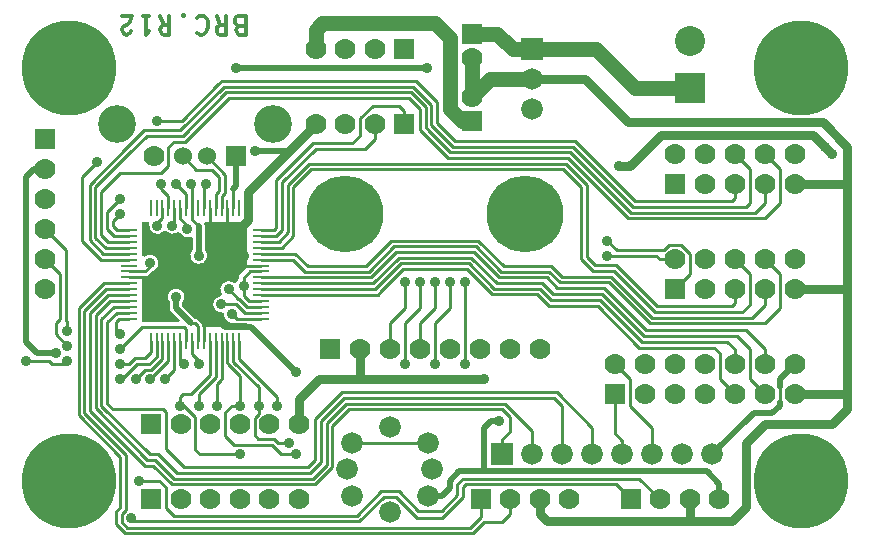
<source format=gtl>
G04 ================== begin FILE IDENTIFICATION RECORD ==================*
G04 Layout Name:  C:/HOME/KUMAGAI/DEVELOP/ORCAD/BALANCECONT_R12/allegro/BalanceCont.brd*
G04 Film Name:    GB_BalanceCont.GTL*
G04 File Format:  Gerber RS274X*
G04 File Origin:  Cadence Allegro 16.6-S014*
G04 Origin Date:  Thu Feb 25 10:40:31 2016*
G04 *
G04 Layer:  ETCH/TOP*
G04 Layer:  PIN/TOP*
G04 Layer:  VIA CLASS/TOP*
G04 *
G04 Offset:    (0.0000 0.0000)*
G04 Mirror:    No*
G04 Mode:      Positive*
G04 Rotation:  0*
G04 FullContactRelief:  No*
G04 UndefLineWidth:     0.0000*
G04 ================== end FILE IDENTIFICATION RECORD ====================*
%FSLAX25Y25*MOMM*%
%IR0*IPPOS*OFA0.00000B0.00000*MIA0B0*SFA1.00000B1.00000*%
%ADD14R,1.4612X.27*%
%ADD15R,.27X1.4612*%
%ADD12C,.9144*%
%ADD16C,3.2004*%
%ADD10C,8.001*%
%ADD21C,2.54*%
%ADD17C,1.524*%
%ADD18C,6.5024*%
%ADD22R,2.54X2.54*%
%ADD11C,1.778*%
%ADD19C,1.8288*%
%ADD13R,1.778X1.778*%
%ADD20R,1.8288X1.8288*%
%ADD23C,.8*%
%ADD24C,.305*%
%ADD25C,.254*%
%ADD26C,.508*%
%ADD27C,1.27*%
G75*
%LPD*%
G75*
G36*
G01X-1587500Y444500D02*
Y59350D01*
X-1657370Y-10520D01*
Y-35190D01*
G03X-1685050Y-68210I38117J-60065D01*
G02X-1700920Y-72170I-9394J3868D01*
G03X-1805040Y-167060I-45332J-54827D01*
G02X-1812970Y-182930I-8393J-5722D01*
G03X-1797400Y-324060I3228J-71068D01*
G02X-1785500Y-334710I1763J-10004D01*
G03X-1701570Y-409200I70995J-4536D01*
G01X-1698940Y-408720D01*
X-1694530Y-413130D01*
X-1587500D01*
Y-444500D01*
X-1968890D01*
Y-421950D01*
X-2016220Y-374620D01*
X-2030000D01*
X-2139930Y-264690D01*
Y-240280D01*
G03X-2241570I-50820J49780D01*
G01Y-306790D01*
X-2159320Y-389040D01*
G02X-2166510Y-406380I-7188J-7180D01*
G01X-2476500D01*
Y-13130D01*
X-2435720D01*
X-2396580Y26010D01*
X-2395240Y26350D01*
G03X-2459670Y148930I-17760J68888D01*
G02X-2476500Y156600I-6670J7664D01*
G01Y444500D01*
X-2427880D01*
G02X-2418090Y431640I-3J-10158D01*
G03X-2293940Y368330I68586J-18886D01*
G02X-2278060I7940J-6348D01*
G03X-2177170Y357920I55565J44420D01*
G02X-2161300Y353960I6476J-7828D01*
G03X-2065510Y316490I65801J27040D01*
G02X-2051070Y307280I4280J-9214D01*
G01Y208530D01*
G03X-1949430I50820J-49780D01*
G01Y407310D01*
G03X-1954700Y429840I-50819J-6D01*
G02X-1945590Y444500I9110J4499D01*
G01X-1587500D01*
G37*
G54D10*
X-3100000Y-1750000D03*
Y1750000D03*
X3100000Y-1750000D03*
Y1750000D03*
G54D20*
X571500Y-1524000D03*
X825500Y1905000D03*
G54D11*
X-3302000Y-127000D03*
Y127000D03*
Y381000D03*
Y635000D03*
Y889000D03*
X-2382000Y999000D03*
X-1653000Y-1905000D03*
X-1903000D03*
X-2153000D03*
X-1653000Y-1270000D03*
X-1903000D03*
X-2153000D03*
X-1153000Y-1905000D03*
X-1403000D03*
X-1153000Y-1270000D03*
X-1403000D03*
X-1010000Y1270000D03*
X-760000D03*
X-1010000Y1905000D03*
X-760000D03*
X-127000Y-635000D03*
X-381000D03*
X-635000D03*
X-510000Y1270000D03*
Y1905000D03*
X637000Y-1905000D03*
X635000Y-635000D03*
X381000D03*
X127000D03*
X317500Y1498600D03*
Y1835150D03*
X1137000Y-1905000D03*
X887000D03*
X1524000Y-762000D03*
X889000Y-635000D03*
X2157000Y-1905000D03*
X1907000D03*
X2286000Y-762000D03*
X2032000D03*
X1778000D03*
X2286000Y-1016000D03*
X2032000D03*
X1778000D03*
X2286000Y-127000D03*
Y127000D03*
X2032000D03*
X2286000Y762000D03*
Y1016000D03*
X2032000D03*
X2407000Y-1905000D03*
X3048000Y-762000D03*
X2794000D03*
X2540000D03*
X3048000Y-1016000D03*
X2794000D03*
X2540000D03*
X3048000Y-127000D03*
X2794000D03*
X2540000D03*
X3048000Y127000D03*
X2794000D03*
X2540000D03*
X3048000Y762000D03*
X2794000D03*
X2540000D03*
X3048000Y1016000D03*
X2794000D03*
X2540000D03*
G54D21*
X2159000Y1976120D03*
G54D12*
X-3206750Y-666750D03*
X-3460750Y-730250D03*
X-3111500D03*
Y-476250D03*
Y-603250D03*
X-2571750Y-2063750D03*
X-2508250Y-1746250D03*
X-2535040Y-889000D03*
X-2413000D03*
X-2667000D03*
Y-762000D03*
Y-508000D03*
X-2413000Y-285750D03*
X-2667000Y-635000D03*
X-2349500Y412750D03*
X-2667000Y635000D03*
Y508000D03*
X-2413000Y95240D03*
X-2857500Y952500D03*
X-2349500Y1301750D03*
X-2286000Y-889000D03*
X-1651000Y-1111250D03*
X-1841500D03*
X-2000250D03*
X-1651000Y-1524000D03*
X-2159000Y-1111250D03*
X-2127250Y-762000D03*
X-2000250Y-761990D03*
X-1873250Y-158910D03*
X-1619250Y-95250D03*
X-2190750Y-190500D03*
X-1809750Y-254000D03*
X-1714500Y-339250D03*
X-1746250Y-127000D03*
X-1619250Y158750D03*
X-2000250D03*
X-2222500Y412750D03*
X-2095500Y381000D03*
X-2063750Y762000D03*
X-1936750D03*
X-2317750D03*
X-2190750D03*
X-1682750Y1746250D03*
X-1174750Y-825500D03*
X-1333500Y-1111250D03*
X-1238250Y-1428750D03*
X-1492250Y-1111250D03*
X-1174750Y-1524000D03*
X-1524000Y1047750D03*
X-254000Y-762000D03*
X-127000Y-63500D03*
X-254000D03*
X-63500Y1746250D03*
X539750Y-1238250D03*
X412750Y-889000D03*
X127000Y-63500D03*
X0Y-762000D03*
X254000Y-63500D03*
Y-762000D03*
X0Y-63500D03*
X1460500Y158750D03*
Y285750D03*
X1555750Y920750D03*
X1651000D03*
X3365500Y1016000D03*
X3302000Y1079500D03*
G54D13*
X-3302000Y1143000D03*
X-2403000Y-1905000D03*
Y-1270000D03*
X-1682000Y999000D03*
X-889000Y-635000D03*
X-260000Y1270000D03*
Y1905000D03*
X387000Y-1905000D03*
X317500Y1295400D03*
Y2038350D03*
X1524000Y-1016000D03*
X1657000Y-1905000D03*
X2032000Y-127000D03*
Y762000D03*
G54D22*
X2159000Y1579880D03*
G54D23*
G01X-1110130Y1169870D02*
X-1110240D01*
X-1580630Y699480D01*
Y463410D01*
X-1746250Y297790D01*
G01X-1153000Y-1270000D02*
Y-1057750D01*
X-984250Y-889000D01*
X-635000D01*
G01X-1010000Y1270000D02*
X-1110130Y1169870D01*
G01X-635000Y-635000D02*
Y-889000D01*
G01X412750D02*
X-635000D01*
G01X887000Y-1905000D02*
Y-2030000D01*
X947580Y-2090580D01*
X2159000D01*
G01X3492500Y762000D02*
Y1079510D01*
X3284920Y1287090D01*
X1633910D01*
X1270000Y1651000D01*
X825500D01*
G01X2159000Y-2090580D02*
X2513180D01*
X2635250Y-1968510D01*
Y-1428750D01*
X2794000Y-1270000D01*
X3365500D01*
X3492500Y-1143000D01*
Y-1016000D01*
G01X2159000Y-2090580D02*
X2157000Y-2088580D01*
Y-1905000D01*
G01X1651000Y920750D02*
X1914480Y1184230D01*
X3197270D01*
X3302000Y1079500D01*
G01X1651000Y920750D02*
X1555750D01*
G01X3048000Y-1016000D02*
X3492500D01*
G01D02*
Y-127000D01*
G01D02*
Y762000D01*
G01X3048000Y-127000D02*
X3492500D01*
G01X3365500Y1016000D02*
X3302000Y1079500D01*
G01X3492500Y762000D02*
X3048000D01*
G54D14*
X-2594510Y-375010D03*
Y-324990D03*
Y-275010D03*
Y-224990D03*
Y-175010D03*
Y-124990D03*
Y-75010D03*
Y-24990D03*
Y24990D03*
Y75010D03*
Y124990D03*
Y175010D03*
Y224990D03*
Y275010D03*
Y324990D03*
Y375010D03*
X-1469490Y-124990D03*
Y-175010D03*
Y-224990D03*
Y-275010D03*
Y-324990D03*
Y-375010D03*
Y375010D03*
Y324990D03*
Y275010D03*
Y224990D03*
Y175010D03*
Y124990D03*
Y75010D03*
Y24990D03*
Y-24990D03*
Y-75010D03*
G54D24*
G01X-1663110Y2105400D02*
X-1671070Y2097410D01*
X-1677030Y2084070D01*
X-1681020Y2065400D01*
X-1677030Y2049400D01*
X-1669080Y2038730D01*
X-1655150Y2030730D01*
X-1601430D01*
Y2190750D01*
X-1667090D01*
X-1681020Y2180080D01*
X-1688970Y2164080D01*
X-1692950Y2145410D01*
X-1688970Y2126750D01*
X-1677030Y2110740D01*
X-1663110Y2105400D01*
X-1601430D01*
G01X-1767420Y2190750D02*
Y2030730D01*
X-1817160D01*
X-1833080Y2038730D01*
X-1843030Y2049400D01*
X-1847000Y2070740D01*
X-1843030Y2092070D01*
X-1831090Y2105400D01*
X-1817160Y2113410D01*
X-1767420D01*
G01X-1817160D02*
X-1847000Y2190750D01*
G01X-2011000Y2044070D02*
X-1999060Y2036060D01*
X-1985140Y2030730D01*
X-1969220D01*
X-1951310Y2038730D01*
X-1937390Y2052070D01*
X-1927440Y2068070D01*
X-1919480Y2094740D01*
X-1917490Y2118740D01*
X-1921470Y2142740D01*
X-1927440Y2158750D01*
X-1939380Y2174750D01*
X-1953300Y2185420D01*
X-1967230Y2190750D01*
X-1981160D01*
X-1995080Y2185420D01*
X-2007020Y2177420D01*
X-2016970Y2166750D01*
G01X-2127250Y2196080D02*
X-2123270Y2193420D01*
Y2188080D01*
X-2127250Y2185420D01*
X-2131230Y2188080D01*
Y2193420D01*
X-2127250Y2196080D01*
G01X-2247480Y2190750D02*
Y2030730D01*
X-2297220D01*
X-2313140Y2038730D01*
X-2323090Y2049400D01*
X-2327060Y2070740D01*
X-2323090Y2092070D01*
X-2311150Y2105400D01*
X-2297220Y2113410D01*
X-2247480D01*
G01X-2297220D02*
X-2327060Y2190750D01*
G01X-2447290D02*
Y2030730D01*
X-2423410Y2062730D01*
G01Y2190750D02*
X-2471160D01*
G01X-2569510Y2057400D02*
X-2581440Y2041400D01*
X-2595370Y2033400D01*
X-2611290Y2030730D01*
X-2631190Y2036060D01*
X-2645110Y2049400D01*
X-2649090Y2065400D01*
X-2647100Y2081410D01*
X-2639140Y2094740D01*
X-2599350Y2121410D01*
X-2581440Y2140080D01*
X-2569510Y2166750D01*
X-2565530Y2190750D01*
X-2649090D01*
G54D15*
X-2407010Y-562510D03*
Y562510D03*
X-1656990Y-562510D03*
X-1707010D03*
X-1756990D03*
X-1807010D03*
X-1856990D03*
X-1907010D03*
X-1956990D03*
X-2007010D03*
X-2056990D03*
X-2107010D03*
X-2156990D03*
X-2207010D03*
X-2256990D03*
X-2307010D03*
X-2356990D03*
Y562510D03*
X-2307010D03*
X-2256990D03*
X-2207010D03*
X-2156990D03*
X-2107010D03*
X-2056990D03*
X-2007010D03*
X-1956990D03*
X-1907010D03*
X-1856990D03*
X-1807010D03*
X-1756990D03*
X-1707010D03*
X-1656990D03*
G54D25*
G01X-3460750Y-730250D02*
X-3270250D01*
X-3238500Y-762000D01*
X-3143250D01*
X-3111500Y-730250D01*
G01Y-476250D02*
Y-405130D01*
X-3126740Y-389890D01*
Y205740D01*
X-3302000Y381000D01*
G01X-3111500Y-603250D02*
X-3206750Y-508000D01*
Y-412740D01*
X-3175000Y-380990D01*
Y0D01*
X-3302000Y127000D01*
G01X-2594510Y-175010D02*
X-2769010D01*
X-2919730Y-325730D01*
Y-1153760D01*
X-2454240Y-1619250D01*
X-2386000D01*
X-2227250Y-1778000D01*
X-1119480D01*
X-1119470Y-1778010D01*
X-1079510D01*
X-1079500Y-1778000D01*
X-1016000D01*
X-896270Y-1658270D01*
X-896250D01*
X-868000Y-1630020D01*
Y-1280750D01*
X-730250Y-1143000D01*
X571500D01*
X635000Y-1206500D01*
Y-1333500D01*
X571500Y-1397000D01*
Y-1524000D01*
G01X-2594510Y-124990D02*
X-2787240D01*
X-2967990Y-305740D01*
Y-1093790D01*
X-2968000Y-1093800D01*
Y-1173740D01*
X-2616130Y-1525610D01*
Y-1993170D01*
X-2653030Y-2030070D01*
Y-2097430D01*
X-2605430Y-2145030D01*
X299720D01*
X387000Y-2057750D01*
Y-1905000D01*
G01X-2594510Y-75010D02*
X-2805510D01*
X-3016250Y-285750D01*
Y-1073800D01*
X-3016260Y-1073810D01*
Y-1153750D01*
X-3016270Y-1153760D01*
Y-1193720D01*
X-2664390Y-1545600D01*
Y-1973180D01*
X-2701290Y-2010080D01*
Y-2077440D01*
X-2701300Y-2077450D01*
Y-2117410D01*
X-2625420Y-2193290D01*
X319710D01*
X417500Y-2095500D01*
X571500D01*
X637000Y-2030000D01*
Y-1905000D01*
G01X1657000D02*
X1530000Y-1778000D01*
X258750D01*
X238760Y-1797990D01*
Y-1888490D01*
X63500Y-2063750D01*
X-148630D01*
X-328380Y-1884000D01*
X-433750D01*
X-639490Y-2089740D01*
X-2545760D01*
X-2571750Y-2063750D01*
G01X1907000Y-1905000D02*
X1731740Y-1729740D01*
X238760D01*
X190500Y-1778000D01*
Y-1868500D01*
X56000Y-2003000D01*
X-141130D01*
X-308390Y-1835740D01*
X-453740D01*
X-659480Y-2041480D01*
X-2213030D01*
X-2278540Y-1975970D01*
Y-1801370D01*
X-2333660Y-1746250D01*
X-2508250D01*
G01X825500Y-1524000D02*
Y-1328750D01*
X591490Y-1094740D01*
X-750240D01*
X-916260Y-1260760D01*
Y-1610010D01*
X-1035990Y-1729740D01*
X-2207260D01*
X-2366010Y-1570990D01*
X-2434250D01*
X-2871470Y-1133770D01*
Y-345720D01*
X-2750740Y-224990D01*
X-2594510D01*
G01X1079500Y-1524000D02*
Y-1116000D01*
X1009980Y-1046480D01*
X-770230D01*
X-964520Y-1240770D01*
Y-1590020D01*
X-1055980Y-1681480D01*
X-2187270D01*
X-2346020Y-1522730D01*
X-2414260D01*
X-2823210Y-1113780D01*
Y-381000D01*
X-2717220Y-275010D01*
X-2594510D01*
G01X1333500Y-1524000D02*
Y-1301750D01*
X1029970Y-998220D01*
X-790220D01*
X-1012780Y-1220780D01*
Y-1570030D01*
X-1075970Y-1633220D01*
X-2127250D01*
X-2278540Y-1481930D01*
Y-1166370D01*
X-2301910Y-1143000D01*
X-2725740D01*
X-2774950Y-1093790D01*
Y-406970D01*
X-2692970Y-324990D01*
X-2594510D01*
G01X-2307010Y-562510D02*
Y-714760D01*
X-2399970Y-807720D01*
X-2453760D01*
X-2535040Y-889000D01*
G01X-2256990Y-562510D02*
Y-732990D01*
X-2413000Y-889000D01*
G01X-2356990Y-562510D02*
Y-696490D01*
X-2419960Y-759460D01*
X-2520460D01*
X-2650000Y-889000D01*
X-2667000D01*
G01X-2407010Y-562510D02*
Y-660970D01*
X-2457240Y-711200D01*
X-2540450D01*
X-2591250Y-762000D01*
X-2667000D01*
G01X-2594510Y-375010D02*
X-2674740D01*
X-2698750Y-399020D01*
Y-476250D01*
X-2667000Y-508000D01*
G01X-2451500Y-24990D02*
X-2413000Y-63490D01*
Y-95250D01*
G01X-2107010Y-562510D02*
Y-464050D01*
X-2126560Y-444500D01*
X-2476500D01*
X-2667000Y-635000D01*
G01X-2594510Y-24990D02*
X-2451500D01*
G01X-2594510Y124990D02*
X-2692970D01*
X-2693930Y125950D01*
X-2824700D01*
X-2984500Y285750D01*
Y825500D01*
X-2857500Y952500D01*
G01X-2594510Y224990D02*
X-2692970D01*
X-2693930Y225950D01*
X-2788200D01*
X-2874010Y311760D01*
Y740740D01*
X-2588590Y1026160D01*
X-2587980D01*
X-2441930Y1172210D01*
X-2134540D01*
X-1766240Y1540510D01*
X-202260D01*
X-78740Y1416990D01*
Y1243970D01*
X-50490Y1215720D01*
X-50470D01*
X131470Y1033780D01*
X1147460D01*
X1658010Y523230D01*
X1697970D01*
X1697980Y523240D01*
X2714000D01*
X2794000Y603240D01*
Y762000D01*
G01X-2594510Y175010D02*
X-2692970D01*
X-2693890Y175930D01*
X-2806430D01*
X-2922270Y291770D01*
Y760730D01*
X-2608580Y1074420D01*
X-2607970D01*
X-2493420Y1188970D01*
Y1189580D01*
X-2462530Y1220470D01*
X-2154530D01*
X-1786230Y1588770D01*
X-182270D01*
X-30480Y1436980D01*
Y1263980D01*
X151460Y1082040D01*
X1167450D01*
X1677990Y571500D01*
X2635250D01*
X2667000Y603250D01*
Y889000D01*
X2540000Y1016000D01*
G01X2794000D02*
X2921000Y889000D01*
Y603250D01*
X2792720Y474970D01*
X1638020D01*
X1127470Y985520D01*
X111480D01*
X-70460Y1167460D01*
X-70480D01*
X-127000Y1223980D01*
Y1397000D01*
X-222250Y1492250D01*
X-1746250D01*
X-2114550Y1123950D01*
X-2209810D01*
X-2257540Y1076220D01*
Y917470D01*
X-2317760Y857250D01*
X-2667000D01*
X-2825750Y698500D01*
Y331750D01*
X-2769010Y275010D01*
X-2594510D01*
G01Y324990D02*
X-2721480D01*
X-2777490Y381000D01*
Y524510D01*
X-2667000Y635000D01*
G01X-2594510Y375010D02*
X-2692970D01*
X-2724480Y406520D01*
Y450520D01*
X-2667000Y508000D01*
G01X-2594510Y24990D02*
X-2451510D01*
X-2413000Y63500D01*
Y95240D01*
G01X-2207010Y-562510D02*
Y-726800D01*
X-2208530Y-728320D01*
Y-811530D01*
X-2286000Y-889000D01*
G01X-1174750Y-1524000D02*
X-1301750D01*
X-1383030Y-1442720D01*
X-1700530D01*
X-1777460Y-1365790D01*
Y-1166590D01*
X-1722120Y-1111250D01*
X-1651000D01*
G01X-1756990Y-562510D02*
Y-660970D01*
X-1758750Y-662730D01*
Y-749510D01*
X-1755270Y-752990D01*
Y-757720D01*
X-1651000Y-861990D01*
Y-1111250D01*
G01X-1807010Y-562510D02*
Y-886250D01*
X-1808730Y-887970D01*
Y-892730D01*
X-1841500Y-925500D01*
Y-1111250D01*
G01X-1856990Y-562510D02*
Y-872740D01*
X-2000250Y-1016000D01*
Y-1111250D01*
G01X-2159000D02*
X-2127240D01*
X-2027460Y-1211030D01*
Y-1486790D01*
X-1990250Y-1524000D01*
X-1651000D01*
G01X-1907010Y-562510D02*
Y-854510D01*
X-2068500Y-1016000D01*
X-2134870D01*
X-2159000Y-1040130D01*
Y-1111250D01*
G01X-2156990Y-562510D02*
Y-732260D01*
X-2127250Y-762000D01*
G01X-2056990Y-562510D02*
Y-673510D01*
X-2000250Y-730250D01*
Y-761990D01*
G01X-1956990Y-562510D02*
Y-254000D01*
G01D02*
Y-242650D01*
X-1873250Y-158910D01*
G01X-1656990Y-562510D02*
Y-716640D01*
X-1333500Y-1040130D01*
Y-1111250D01*
G01X-1707010Y-562510D02*
Y-737730D01*
X-1492250Y-952490D01*
Y-1111250D01*
G01X-1469490Y-224990D02*
X-1575270D01*
X-1619250Y-181010D01*
Y-95250D01*
G01X-1469490Y24990D02*
X-1567950D01*
X-1619250Y-26310D01*
Y-95250D01*
G01X-2007010Y-562510D02*
Y-437740D01*
X-2032010Y-412740D01*
X-2063750D01*
G01X-1469490Y-324990D02*
X-1611770D01*
X-1682760Y-254000D01*
X-1809750D01*
G01X-1469490Y-375010D02*
X-1678740D01*
X-1714500Y-339250D01*
G01X-1469490Y-275010D02*
X-1593500D01*
X-1662770Y-205740D01*
X-1667510D01*
X-1746250Y-127000D01*
G01X-1619250Y126310D02*
Y127000D01*
G01X-1469490Y75010D02*
X-1609250D01*
G01X-1756990Y562510D02*
Y308530D01*
G01D02*
X-1778000Y329540D01*
Y355600D01*
X-1803400Y381000D01*
X-1881610D01*
X-1907010Y406400D01*
G01D02*
Y562510D01*
G01X-1746250Y297790D02*
X-1756990Y308530D01*
G01X-2063750Y762000D02*
X-2056990Y755240D01*
Y562510D01*
G01D02*
Y464050D01*
X-2000250Y407310D01*
G01X-1707010Y562510D02*
Y722760D01*
G01X-1956990Y562510D02*
Y741760D01*
X-1936750Y762000D01*
G01X-2256990Y562510D02*
Y661870D01*
X-2317750Y722630D01*
Y762000D01*
G01X-2307010Y562510D02*
Y475640D01*
X-2349500Y433150D01*
Y412750D01*
G01X-2107010Y562510D02*
Y678260D01*
X-2190750Y762000D01*
G01X-1807010Y562510D02*
Y660970D01*
X-1778000Y689980D01*
Y845000D01*
X-1932000Y999000D01*
G01X-1856990Y562510D02*
Y679240D01*
X-1826260Y709970D01*
Y825010D01*
X-1888490Y887240D01*
X-2020240D01*
X-2132000Y999000D01*
G01X-2207010Y562510D02*
Y428240D01*
X-2222500Y412750D01*
G01X-2156990Y562510D02*
Y474250D01*
X-2095500Y412760D01*
Y381000D01*
G01X-2349500Y1301750D02*
X-2141500D01*
X-1834490Y1608760D01*
Y1608780D01*
X-1806240Y1637030D01*
X-162280D01*
X-144500Y1619250D01*
X-144480D01*
X-134010Y1608780D01*
Y1608760D01*
X17790Y1456960D01*
Y1417000D01*
X17780Y1416990D01*
Y1283970D01*
X171450Y1130300D01*
X1187440D01*
X1697980Y619760D01*
X2514760D01*
X2540000Y645000D01*
Y762000D01*
G01X-1492250Y-1111250D02*
Y-1183220D01*
X-1527460Y-1218430D01*
Y-1361790D01*
X-1494790Y-1394460D01*
X-1363040D01*
X-1328750Y-1428750D01*
X-1238250D01*
G01X-1469490Y-175010D02*
X-1371030D01*
X-1369270Y-173250D01*
X-485890D01*
X-453300Y-140660D01*
Y-140640D01*
X-268210Y44450D01*
X268210D01*
X481570Y-168910D01*
X865950D01*
X962480Y-265440D01*
X1082400D01*
X1082410Y-265430D01*
X1376690D01*
X1731020Y-619760D01*
X2366010D01*
X2413000Y-666750D01*
Y-889000D01*
X2540000Y-1016000D01*
G01X-1469490Y-124990D02*
X-505900D01*
X-288200Y92710D01*
X288200D01*
X501560Y-120650D01*
X885940D01*
X982470Y-217180D01*
X1062390D01*
X1062400Y-217170D01*
X1396680D01*
X1751010Y-571500D01*
X2476500D01*
X2540000Y-635000D01*
Y-762000D01*
G01X-1469490Y-75010D02*
X-524170D01*
X-308190Y140970D01*
X308190D01*
X521550Y-72390D01*
X905950D01*
X934200Y-100640D01*
Y-100660D01*
X1002460Y-168920D01*
X1042380D01*
X1042390Y-168910D01*
X1416670D01*
X1771000Y-523240D01*
X2555230D01*
X2667000Y-635010D01*
Y-889000D01*
X2794000Y-1016000D01*
G01X-1469490Y-24990D02*
X-542400D01*
X-328180Y189230D01*
X328180D01*
X541540Y-24130D01*
X944880D01*
X1036320Y-115570D01*
X1431580D01*
X1790990Y-474980D01*
X2633970D01*
X2794000Y-635010D01*
Y-762000D01*
G01X2540000Y-127000D02*
Y-241300D01*
X2512060Y-269240D01*
X1879970D01*
X1533260Y77470D01*
X1356020D01*
X1286510Y146980D01*
Y718250D01*
X1286520Y718260D01*
Y758220D01*
X1107480Y937260D01*
X-1067730D01*
X-1245870Y759120D01*
Y355330D01*
X-1324470Y276730D01*
X-1342520D01*
X-1344240Y275010D01*
X-1469490D01*
G01Y175010D02*
X-1181600D01*
X-1078980Y72390D01*
X-581520D01*
X-368160Y285750D01*
X368160D01*
X581520Y72390D01*
X984860D01*
X1076300Y-19050D01*
X1493280D01*
X1839990Y-365760D01*
X2688590D01*
X2794000Y-260350D01*
Y-127000D01*
G01X2540000Y127000D02*
X2664460Y2540D01*
Y-256540D01*
X2603500Y-317500D01*
X1859980D01*
X1513270Y29210D01*
X1336030D01*
X1238250Y126990D01*
Y738240D01*
X1087490Y889000D01*
X-1047740D01*
X-1197610Y739130D01*
Y327520D01*
X-1297930Y227200D01*
Y227190D01*
X-1300130Y224990D01*
X-1469490D01*
G01Y124990D02*
X-1199830D01*
X-1098970Y24130D01*
X-561530D01*
X-348170Y237490D01*
X348170D01*
X561530Y24130D01*
X964870D01*
X1056310Y-67310D01*
X1473290D01*
X1820000Y-414020D01*
X2792740D01*
X2921000Y-285760D01*
Y0D01*
X2794000Y127000D01*
G01X-1469490Y375010D02*
X-1362690D01*
X-1342390Y395310D01*
Y799100D01*
X-1030240Y1111250D01*
X-698500D01*
X-634460Y1175290D01*
Y1321570D01*
X-527280Y1428750D01*
X-304450D01*
X-260000Y1384300D01*
Y1270000D01*
G01X-1469490Y324990D02*
X-1344460D01*
X-1294130Y375320D01*
Y779110D01*
X-1010250Y1062990D01*
X-588010D01*
X-508000Y1143000D01*
Y1268000D01*
X-510000Y1270000D01*
G01X-56000Y-1426000D02*
X-706000D01*
G01X-254000Y-762000D02*
Y-412750D01*
X-127000Y-285750D01*
Y-63500D01*
G01X-254000D02*
Y-285750D01*
X-381000Y-412750D01*
Y-635000D01*
G01X-127000D02*
Y-412750D01*
X0Y-285750D01*
Y-63500D01*
G01Y-762000D02*
Y-412750D01*
X127000Y-285750D01*
Y-63500D01*
G01X254000Y-762000D02*
Y-63500D01*
G01X1524000Y-762000D02*
X1651000Y-889000D01*
Y-1111250D01*
X1841500Y-1301750D01*
Y-1524000D01*
G01X1524000Y-1016000D02*
Y-1343660D01*
X1587500Y-1407160D01*
Y-1524000D01*
G01X1460500Y285750D02*
X1539240Y207010D01*
X1935980D01*
X1980430Y251460D01*
X2083570D01*
X2159000Y176030D01*
Y0D01*
X2032000Y-127000D01*
G01X1460500Y158750D02*
X1873240D01*
X1904990Y127000D01*
X2032000D01*
G01X2921000Y-1079500D02*
Y-952500D01*
G54D16*
X-2689000Y1270000D03*
X-1375000D03*
G54D26*
G01X-3206750Y-666750D02*
X-3365500D01*
X-3460750Y-571500D01*
Y825500D01*
X-3397250Y889000D01*
X-3302000D01*
G01X-1956990Y-254000D02*
X-1841500Y-369490D01*
Y-381000D01*
X-1781310Y-441190D01*
G01D02*
X-1559060D01*
X-1174750Y-825500D01*
G01X-2063750Y-412740D02*
X-2190750Y-285740D01*
Y-190500D01*
G01X-2000250Y407310D02*
Y158750D01*
G01X-1707010Y722760D02*
X-1682000Y747770D01*
Y999000D01*
G01X-63500Y1746250D02*
X-1682750D01*
G01X-1524000Y1047750D02*
X-1232250D01*
X-1110130Y1169870D01*
G01X539750Y-1238250D02*
X476250D01*
X412750Y-1301750D01*
Y-1668780D01*
G01X-56000Y-1876000D02*
X60750D01*
X127000Y-1809750D01*
Y-1746260D01*
X204480Y-1668780D01*
X412750D01*
G01D02*
X2303780D01*
X2407000Y-1772000D01*
Y-1905000D01*
G01X2349500Y-1524000D02*
X2698750Y-1174750D01*
X2857500D01*
X2921000Y-1111250D01*
Y-1079500D01*
G01Y-952500D02*
Y-889000D01*
X3048000Y-762000D01*
G54D17*
X-2132000Y999000D03*
X-1932000D03*
G54D27*
G01X-1010000Y1905000D02*
Y2069750D01*
X-952500Y2127250D01*
X10D01*
X127000Y2000260D01*
Y1397000D01*
X228600Y1295400D01*
X317500D01*
G01X825500Y1651000D02*
X469900D01*
X317500Y1498600D01*
G01Y1835150D02*
Y1498600D01*
G01X825500Y1905000D02*
X657860D01*
X524510Y2038350D01*
X317500D01*
G01X2159000Y1579880D02*
X1690360D01*
X1365240Y1905000D01*
X825500D01*
G54D18*
X-762000Y508000D03*
X762000D03*
G54D19*
X-741000Y-1651000D03*
X-381000Y-2011000D03*
X-21000Y-1651000D03*
X-706000Y-1876000D03*
X-56000D03*
X-381000Y-1291000D03*
X-706000Y-1426000D03*
X-56000D03*
X1333500Y-1524000D03*
X1079500D03*
X825500D03*
Y1397000D03*
Y1651000D03*
X2095500Y-1524000D03*
X1841500D03*
X1587500D03*
X2349500D03*
M02*

</source>
